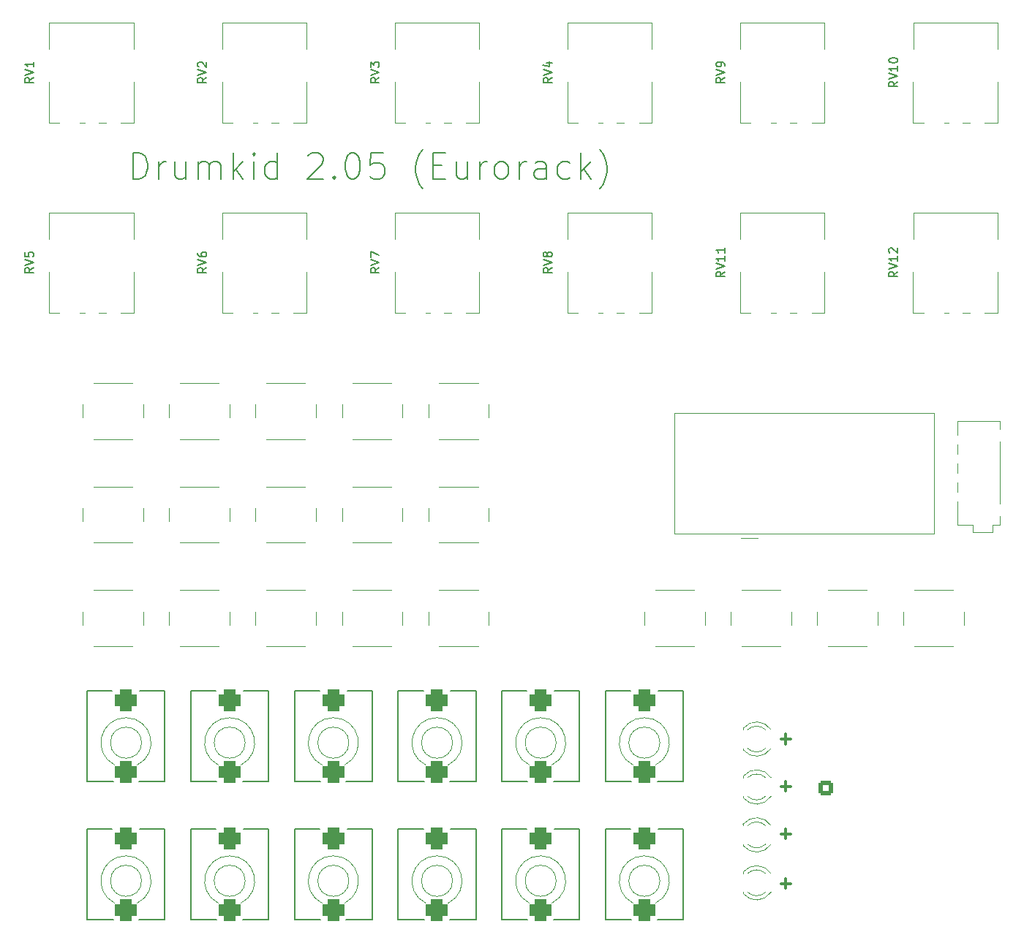
<source format=gbr>
%TF.GenerationSoftware,KiCad,Pcbnew,9.0.1*%
%TF.CreationDate,2025-08-04T13:54:25+01:00*%
%TF.ProjectId,dk2_06,646b325f-3036-42e6-9b69-6361645f7063,rev?*%
%TF.SameCoordinates,Original*%
%TF.FileFunction,Legend,Top*%
%TF.FilePolarity,Positive*%
%FSLAX46Y46*%
G04 Gerber Fmt 4.6, Leading zero omitted, Abs format (unit mm)*
G04 Created by KiCad (PCBNEW 9.0.1) date 2025-08-04 13:54:25*
%MOMM*%
%LPD*%
G01*
G04 APERTURE LIST*
G04 Aperture macros list*
%AMRoundRect*
0 Rectangle with rounded corners*
0 $1 Rounding radius*
0 $2 $3 $4 $5 $6 $7 $8 $9 X,Y pos of 4 corners*
0 Add a 4 corners polygon primitive as box body*
4,1,4,$2,$3,$4,$5,$6,$7,$8,$9,$2,$3,0*
0 Add four circle primitives for the rounded corners*
1,1,$1+$1,$2,$3*
1,1,$1+$1,$4,$5*
1,1,$1+$1,$6,$7*
1,1,$1+$1,$8,$9*
0 Add four rect primitives between the rounded corners*
20,1,$1+$1,$2,$3,$4,$5,0*
20,1,$1+$1,$4,$5,$6,$7,0*
20,1,$1+$1,$6,$7,$8,$9,0*
20,1,$1+$1,$8,$9,$2,$3,0*%
G04 Aperture macros list end*
%ADD10C,0.300000*%
%ADD11C,0.150000*%
%ADD12C,0.120000*%
%ADD13C,0.200000*%
%ADD14C,0.060000*%
%ADD15C,0.080000*%
%ADD16C,2.000000*%
%ADD17O,3.100000X2.300000*%
%ADD18RoundRect,0.650000X-0.650000X-0.650000X0.650000X-0.650000X0.650000X0.650000X-0.650000X0.650000X0*%
%ADD19R,1.500000X1.500000*%
%ADD20C,1.500000*%
%ADD21C,1.050000*%
%ADD22R,1.350000X1.350000*%
%ADD23R,1.800000X1.800000*%
%ADD24C,1.800000*%
%ADD25R,1.700000X1.700000*%
%ADD26C,1.700000*%
%ADD27RoundRect,0.250000X-0.600000X-0.600000X0.600000X-0.600000X0.600000X0.600000X-0.600000X0.600000X0*%
%ADD28O,2.720000X3.240000*%
G04 APERTURE END LIST*
D10*
X159804510Y-128979400D02*
X160947368Y-128979400D01*
X160375939Y-129550828D02*
X160375939Y-128407971D01*
X159804510Y-134479400D02*
X160947368Y-134479400D01*
X160375939Y-135050828D02*
X160375939Y-133907971D01*
X159804510Y-140229400D02*
X160947368Y-140229400D01*
X160375939Y-140800828D02*
X160375939Y-139657971D01*
D11*
X84812969Y-58625057D02*
X84812969Y-55625057D01*
X84812969Y-55625057D02*
X85527255Y-55625057D01*
X85527255Y-55625057D02*
X85955826Y-55767914D01*
X85955826Y-55767914D02*
X86241541Y-56053628D01*
X86241541Y-56053628D02*
X86384398Y-56339342D01*
X86384398Y-56339342D02*
X86527255Y-56910771D01*
X86527255Y-56910771D02*
X86527255Y-57339342D01*
X86527255Y-57339342D02*
X86384398Y-57910771D01*
X86384398Y-57910771D02*
X86241541Y-58196485D01*
X86241541Y-58196485D02*
X85955826Y-58482200D01*
X85955826Y-58482200D02*
X85527255Y-58625057D01*
X85527255Y-58625057D02*
X84812969Y-58625057D01*
X87812969Y-58625057D02*
X87812969Y-56625057D01*
X87812969Y-57196485D02*
X87955826Y-56910771D01*
X87955826Y-56910771D02*
X88098684Y-56767914D01*
X88098684Y-56767914D02*
X88384398Y-56625057D01*
X88384398Y-56625057D02*
X88670112Y-56625057D01*
X90955827Y-56625057D02*
X90955827Y-58625057D01*
X89670112Y-56625057D02*
X89670112Y-58196485D01*
X89670112Y-58196485D02*
X89812969Y-58482200D01*
X89812969Y-58482200D02*
X90098684Y-58625057D01*
X90098684Y-58625057D02*
X90527255Y-58625057D01*
X90527255Y-58625057D02*
X90812969Y-58482200D01*
X90812969Y-58482200D02*
X90955827Y-58339342D01*
X92384398Y-58625057D02*
X92384398Y-56625057D01*
X92384398Y-56910771D02*
X92527255Y-56767914D01*
X92527255Y-56767914D02*
X92812970Y-56625057D01*
X92812970Y-56625057D02*
X93241541Y-56625057D01*
X93241541Y-56625057D02*
X93527255Y-56767914D01*
X93527255Y-56767914D02*
X93670113Y-57053628D01*
X93670113Y-57053628D02*
X93670113Y-58625057D01*
X93670113Y-57053628D02*
X93812970Y-56767914D01*
X93812970Y-56767914D02*
X94098684Y-56625057D01*
X94098684Y-56625057D02*
X94527255Y-56625057D01*
X94527255Y-56625057D02*
X94812970Y-56767914D01*
X94812970Y-56767914D02*
X94955827Y-57053628D01*
X94955827Y-57053628D02*
X94955827Y-58625057D01*
X96384398Y-58625057D02*
X96384398Y-55625057D01*
X96670113Y-57482200D02*
X97527255Y-58625057D01*
X97527255Y-56625057D02*
X96384398Y-57767914D01*
X98812969Y-58625057D02*
X98812969Y-56625057D01*
X98812969Y-55625057D02*
X98670112Y-55767914D01*
X98670112Y-55767914D02*
X98812969Y-55910771D01*
X98812969Y-55910771D02*
X98955826Y-55767914D01*
X98955826Y-55767914D02*
X98812969Y-55625057D01*
X98812969Y-55625057D02*
X98812969Y-55910771D01*
X101527255Y-58625057D02*
X101527255Y-55625057D01*
X101527255Y-58482200D02*
X101241540Y-58625057D01*
X101241540Y-58625057D02*
X100670112Y-58625057D01*
X100670112Y-58625057D02*
X100384397Y-58482200D01*
X100384397Y-58482200D02*
X100241540Y-58339342D01*
X100241540Y-58339342D02*
X100098683Y-58053628D01*
X100098683Y-58053628D02*
X100098683Y-57196485D01*
X100098683Y-57196485D02*
X100241540Y-56910771D01*
X100241540Y-56910771D02*
X100384397Y-56767914D01*
X100384397Y-56767914D02*
X100670112Y-56625057D01*
X100670112Y-56625057D02*
X101241540Y-56625057D01*
X101241540Y-56625057D02*
X101527255Y-56767914D01*
X105098683Y-55910771D02*
X105241540Y-55767914D01*
X105241540Y-55767914D02*
X105527255Y-55625057D01*
X105527255Y-55625057D02*
X106241540Y-55625057D01*
X106241540Y-55625057D02*
X106527255Y-55767914D01*
X106527255Y-55767914D02*
X106670112Y-55910771D01*
X106670112Y-55910771D02*
X106812969Y-56196485D01*
X106812969Y-56196485D02*
X106812969Y-56482200D01*
X106812969Y-56482200D02*
X106670112Y-56910771D01*
X106670112Y-56910771D02*
X104955826Y-58625057D01*
X104955826Y-58625057D02*
X106812969Y-58625057D01*
X108098683Y-58339342D02*
X108241540Y-58482200D01*
X108241540Y-58482200D02*
X108098683Y-58625057D01*
X108098683Y-58625057D02*
X107955826Y-58482200D01*
X107955826Y-58482200D02*
X108098683Y-58339342D01*
X108098683Y-58339342D02*
X108098683Y-58625057D01*
X110098683Y-55625057D02*
X110384397Y-55625057D01*
X110384397Y-55625057D02*
X110670111Y-55767914D01*
X110670111Y-55767914D02*
X110812969Y-55910771D01*
X110812969Y-55910771D02*
X110955826Y-56196485D01*
X110955826Y-56196485D02*
X111098683Y-56767914D01*
X111098683Y-56767914D02*
X111098683Y-57482200D01*
X111098683Y-57482200D02*
X110955826Y-58053628D01*
X110955826Y-58053628D02*
X110812969Y-58339342D01*
X110812969Y-58339342D02*
X110670111Y-58482200D01*
X110670111Y-58482200D02*
X110384397Y-58625057D01*
X110384397Y-58625057D02*
X110098683Y-58625057D01*
X110098683Y-58625057D02*
X109812969Y-58482200D01*
X109812969Y-58482200D02*
X109670111Y-58339342D01*
X109670111Y-58339342D02*
X109527254Y-58053628D01*
X109527254Y-58053628D02*
X109384397Y-57482200D01*
X109384397Y-57482200D02*
X109384397Y-56767914D01*
X109384397Y-56767914D02*
X109527254Y-56196485D01*
X109527254Y-56196485D02*
X109670111Y-55910771D01*
X109670111Y-55910771D02*
X109812969Y-55767914D01*
X109812969Y-55767914D02*
X110098683Y-55625057D01*
X113812969Y-55625057D02*
X112384397Y-55625057D01*
X112384397Y-55625057D02*
X112241540Y-57053628D01*
X112241540Y-57053628D02*
X112384397Y-56910771D01*
X112384397Y-56910771D02*
X112670112Y-56767914D01*
X112670112Y-56767914D02*
X113384397Y-56767914D01*
X113384397Y-56767914D02*
X113670112Y-56910771D01*
X113670112Y-56910771D02*
X113812969Y-57053628D01*
X113812969Y-57053628D02*
X113955826Y-57339342D01*
X113955826Y-57339342D02*
X113955826Y-58053628D01*
X113955826Y-58053628D02*
X113812969Y-58339342D01*
X113812969Y-58339342D02*
X113670112Y-58482200D01*
X113670112Y-58482200D02*
X113384397Y-58625057D01*
X113384397Y-58625057D02*
X112670112Y-58625057D01*
X112670112Y-58625057D02*
X112384397Y-58482200D01*
X112384397Y-58482200D02*
X112241540Y-58339342D01*
X118384397Y-59767914D02*
X118241540Y-59625057D01*
X118241540Y-59625057D02*
X117955826Y-59196485D01*
X117955826Y-59196485D02*
X117812969Y-58910771D01*
X117812969Y-58910771D02*
X117670111Y-58482200D01*
X117670111Y-58482200D02*
X117527254Y-57767914D01*
X117527254Y-57767914D02*
X117527254Y-57196485D01*
X117527254Y-57196485D02*
X117670111Y-56482200D01*
X117670111Y-56482200D02*
X117812969Y-56053628D01*
X117812969Y-56053628D02*
X117955826Y-55767914D01*
X117955826Y-55767914D02*
X118241540Y-55339342D01*
X118241540Y-55339342D02*
X118384397Y-55196485D01*
X119527254Y-57053628D02*
X120527254Y-57053628D01*
X120955826Y-58625057D02*
X119527254Y-58625057D01*
X119527254Y-58625057D02*
X119527254Y-55625057D01*
X119527254Y-55625057D02*
X120955826Y-55625057D01*
X123527255Y-56625057D02*
X123527255Y-58625057D01*
X122241540Y-56625057D02*
X122241540Y-58196485D01*
X122241540Y-58196485D02*
X122384397Y-58482200D01*
X122384397Y-58482200D02*
X122670112Y-58625057D01*
X122670112Y-58625057D02*
X123098683Y-58625057D01*
X123098683Y-58625057D02*
X123384397Y-58482200D01*
X123384397Y-58482200D02*
X123527255Y-58339342D01*
X124955826Y-58625057D02*
X124955826Y-56625057D01*
X124955826Y-57196485D02*
X125098683Y-56910771D01*
X125098683Y-56910771D02*
X125241541Y-56767914D01*
X125241541Y-56767914D02*
X125527255Y-56625057D01*
X125527255Y-56625057D02*
X125812969Y-56625057D01*
X127241541Y-58625057D02*
X126955826Y-58482200D01*
X126955826Y-58482200D02*
X126812969Y-58339342D01*
X126812969Y-58339342D02*
X126670112Y-58053628D01*
X126670112Y-58053628D02*
X126670112Y-57196485D01*
X126670112Y-57196485D02*
X126812969Y-56910771D01*
X126812969Y-56910771D02*
X126955826Y-56767914D01*
X126955826Y-56767914D02*
X127241541Y-56625057D01*
X127241541Y-56625057D02*
X127670112Y-56625057D01*
X127670112Y-56625057D02*
X127955826Y-56767914D01*
X127955826Y-56767914D02*
X128098684Y-56910771D01*
X128098684Y-56910771D02*
X128241541Y-57196485D01*
X128241541Y-57196485D02*
X128241541Y-58053628D01*
X128241541Y-58053628D02*
X128098684Y-58339342D01*
X128098684Y-58339342D02*
X127955826Y-58482200D01*
X127955826Y-58482200D02*
X127670112Y-58625057D01*
X127670112Y-58625057D02*
X127241541Y-58625057D01*
X129527255Y-58625057D02*
X129527255Y-56625057D01*
X129527255Y-57196485D02*
X129670112Y-56910771D01*
X129670112Y-56910771D02*
X129812970Y-56767914D01*
X129812970Y-56767914D02*
X130098684Y-56625057D01*
X130098684Y-56625057D02*
X130384398Y-56625057D01*
X132670113Y-58625057D02*
X132670113Y-57053628D01*
X132670113Y-57053628D02*
X132527255Y-56767914D01*
X132527255Y-56767914D02*
X132241541Y-56625057D01*
X132241541Y-56625057D02*
X131670113Y-56625057D01*
X131670113Y-56625057D02*
X131384398Y-56767914D01*
X132670113Y-58482200D02*
X132384398Y-58625057D01*
X132384398Y-58625057D02*
X131670113Y-58625057D01*
X131670113Y-58625057D02*
X131384398Y-58482200D01*
X131384398Y-58482200D02*
X131241541Y-58196485D01*
X131241541Y-58196485D02*
X131241541Y-57910771D01*
X131241541Y-57910771D02*
X131384398Y-57625057D01*
X131384398Y-57625057D02*
X131670113Y-57482200D01*
X131670113Y-57482200D02*
X132384398Y-57482200D01*
X132384398Y-57482200D02*
X132670113Y-57339342D01*
X135384399Y-58482200D02*
X135098684Y-58625057D01*
X135098684Y-58625057D02*
X134527256Y-58625057D01*
X134527256Y-58625057D02*
X134241541Y-58482200D01*
X134241541Y-58482200D02*
X134098684Y-58339342D01*
X134098684Y-58339342D02*
X133955827Y-58053628D01*
X133955827Y-58053628D02*
X133955827Y-57196485D01*
X133955827Y-57196485D02*
X134098684Y-56910771D01*
X134098684Y-56910771D02*
X134241541Y-56767914D01*
X134241541Y-56767914D02*
X134527256Y-56625057D01*
X134527256Y-56625057D02*
X135098684Y-56625057D01*
X135098684Y-56625057D02*
X135384399Y-56767914D01*
X136670113Y-58625057D02*
X136670113Y-55625057D01*
X136955828Y-57482200D02*
X137812970Y-58625057D01*
X137812970Y-56625057D02*
X136670113Y-57767914D01*
X138812970Y-59767914D02*
X138955827Y-59625057D01*
X138955827Y-59625057D02*
X139241541Y-59196485D01*
X139241541Y-59196485D02*
X139384399Y-58910771D01*
X139384399Y-58910771D02*
X139527256Y-58482200D01*
X139527256Y-58482200D02*
X139670113Y-57767914D01*
X139670113Y-57767914D02*
X139670113Y-57196485D01*
X139670113Y-57196485D02*
X139527256Y-56482200D01*
X139527256Y-56482200D02*
X139384399Y-56053628D01*
X139384399Y-56053628D02*
X139241541Y-55767914D01*
X139241541Y-55767914D02*
X138955827Y-55339342D01*
X138955827Y-55339342D02*
X138812970Y-55196485D01*
D10*
X159804510Y-123479400D02*
X160947368Y-123479400D01*
X160375939Y-124050828D02*
X160375939Y-122907971D01*
D11*
X73314819Y-46885238D02*
X72838628Y-47218571D01*
X73314819Y-47456666D02*
X72314819Y-47456666D01*
X72314819Y-47456666D02*
X72314819Y-47075714D01*
X72314819Y-47075714D02*
X72362438Y-46980476D01*
X72362438Y-46980476D02*
X72410057Y-46932857D01*
X72410057Y-46932857D02*
X72505295Y-46885238D01*
X72505295Y-46885238D02*
X72648152Y-46885238D01*
X72648152Y-46885238D02*
X72743390Y-46932857D01*
X72743390Y-46932857D02*
X72791009Y-46980476D01*
X72791009Y-46980476D02*
X72838628Y-47075714D01*
X72838628Y-47075714D02*
X72838628Y-47456666D01*
X72314819Y-46599523D02*
X73314819Y-46266190D01*
X73314819Y-46266190D02*
X72314819Y-45932857D01*
X73314819Y-45075714D02*
X73314819Y-45647142D01*
X73314819Y-45361428D02*
X72314819Y-45361428D01*
X72314819Y-45361428D02*
X72457676Y-45456666D01*
X72457676Y-45456666D02*
X72552914Y-45551904D01*
X72552914Y-45551904D02*
X72600533Y-45647142D01*
X93314819Y-46885238D02*
X92838628Y-47218571D01*
X93314819Y-47456666D02*
X92314819Y-47456666D01*
X92314819Y-47456666D02*
X92314819Y-47075714D01*
X92314819Y-47075714D02*
X92362438Y-46980476D01*
X92362438Y-46980476D02*
X92410057Y-46932857D01*
X92410057Y-46932857D02*
X92505295Y-46885238D01*
X92505295Y-46885238D02*
X92648152Y-46885238D01*
X92648152Y-46885238D02*
X92743390Y-46932857D01*
X92743390Y-46932857D02*
X92791009Y-46980476D01*
X92791009Y-46980476D02*
X92838628Y-47075714D01*
X92838628Y-47075714D02*
X92838628Y-47456666D01*
X92314819Y-46599523D02*
X93314819Y-46266190D01*
X93314819Y-46266190D02*
X92314819Y-45932857D01*
X92410057Y-45647142D02*
X92362438Y-45599523D01*
X92362438Y-45599523D02*
X92314819Y-45504285D01*
X92314819Y-45504285D02*
X92314819Y-45266190D01*
X92314819Y-45266190D02*
X92362438Y-45170952D01*
X92362438Y-45170952D02*
X92410057Y-45123333D01*
X92410057Y-45123333D02*
X92505295Y-45075714D01*
X92505295Y-45075714D02*
X92600533Y-45075714D01*
X92600533Y-45075714D02*
X92743390Y-45123333D01*
X92743390Y-45123333D02*
X93314819Y-45694761D01*
X93314819Y-45694761D02*
X93314819Y-45075714D01*
X113314819Y-46885238D02*
X112838628Y-47218571D01*
X113314819Y-47456666D02*
X112314819Y-47456666D01*
X112314819Y-47456666D02*
X112314819Y-47075714D01*
X112314819Y-47075714D02*
X112362438Y-46980476D01*
X112362438Y-46980476D02*
X112410057Y-46932857D01*
X112410057Y-46932857D02*
X112505295Y-46885238D01*
X112505295Y-46885238D02*
X112648152Y-46885238D01*
X112648152Y-46885238D02*
X112743390Y-46932857D01*
X112743390Y-46932857D02*
X112791009Y-46980476D01*
X112791009Y-46980476D02*
X112838628Y-47075714D01*
X112838628Y-47075714D02*
X112838628Y-47456666D01*
X112314819Y-46599523D02*
X113314819Y-46266190D01*
X113314819Y-46266190D02*
X112314819Y-45932857D01*
X112314819Y-45694761D02*
X112314819Y-45075714D01*
X112314819Y-45075714D02*
X112695771Y-45409047D01*
X112695771Y-45409047D02*
X112695771Y-45266190D01*
X112695771Y-45266190D02*
X112743390Y-45170952D01*
X112743390Y-45170952D02*
X112791009Y-45123333D01*
X112791009Y-45123333D02*
X112886247Y-45075714D01*
X112886247Y-45075714D02*
X113124342Y-45075714D01*
X113124342Y-45075714D02*
X113219580Y-45123333D01*
X113219580Y-45123333D02*
X113267200Y-45170952D01*
X113267200Y-45170952D02*
X113314819Y-45266190D01*
X113314819Y-45266190D02*
X113314819Y-45551904D01*
X113314819Y-45551904D02*
X113267200Y-45647142D01*
X113267200Y-45647142D02*
X113219580Y-45694761D01*
X133314819Y-46885238D02*
X132838628Y-47218571D01*
X133314819Y-47456666D02*
X132314819Y-47456666D01*
X132314819Y-47456666D02*
X132314819Y-47075714D01*
X132314819Y-47075714D02*
X132362438Y-46980476D01*
X132362438Y-46980476D02*
X132410057Y-46932857D01*
X132410057Y-46932857D02*
X132505295Y-46885238D01*
X132505295Y-46885238D02*
X132648152Y-46885238D01*
X132648152Y-46885238D02*
X132743390Y-46932857D01*
X132743390Y-46932857D02*
X132791009Y-46980476D01*
X132791009Y-46980476D02*
X132838628Y-47075714D01*
X132838628Y-47075714D02*
X132838628Y-47456666D01*
X132314819Y-46599523D02*
X133314819Y-46266190D01*
X133314819Y-46266190D02*
X132314819Y-45932857D01*
X132648152Y-45170952D02*
X133314819Y-45170952D01*
X132267200Y-45409047D02*
X132981485Y-45647142D01*
X132981485Y-45647142D02*
X132981485Y-45028095D01*
X73314819Y-68885238D02*
X72838628Y-69218571D01*
X73314819Y-69456666D02*
X72314819Y-69456666D01*
X72314819Y-69456666D02*
X72314819Y-69075714D01*
X72314819Y-69075714D02*
X72362438Y-68980476D01*
X72362438Y-68980476D02*
X72410057Y-68932857D01*
X72410057Y-68932857D02*
X72505295Y-68885238D01*
X72505295Y-68885238D02*
X72648152Y-68885238D01*
X72648152Y-68885238D02*
X72743390Y-68932857D01*
X72743390Y-68932857D02*
X72791009Y-68980476D01*
X72791009Y-68980476D02*
X72838628Y-69075714D01*
X72838628Y-69075714D02*
X72838628Y-69456666D01*
X72314819Y-68599523D02*
X73314819Y-68266190D01*
X73314819Y-68266190D02*
X72314819Y-67932857D01*
X72314819Y-67123333D02*
X72314819Y-67599523D01*
X72314819Y-67599523D02*
X72791009Y-67647142D01*
X72791009Y-67647142D02*
X72743390Y-67599523D01*
X72743390Y-67599523D02*
X72695771Y-67504285D01*
X72695771Y-67504285D02*
X72695771Y-67266190D01*
X72695771Y-67266190D02*
X72743390Y-67170952D01*
X72743390Y-67170952D02*
X72791009Y-67123333D01*
X72791009Y-67123333D02*
X72886247Y-67075714D01*
X72886247Y-67075714D02*
X73124342Y-67075714D01*
X73124342Y-67075714D02*
X73219580Y-67123333D01*
X73219580Y-67123333D02*
X73267200Y-67170952D01*
X73267200Y-67170952D02*
X73314819Y-67266190D01*
X73314819Y-67266190D02*
X73314819Y-67504285D01*
X73314819Y-67504285D02*
X73267200Y-67599523D01*
X73267200Y-67599523D02*
X73219580Y-67647142D01*
X93314819Y-68885238D02*
X92838628Y-69218571D01*
X93314819Y-69456666D02*
X92314819Y-69456666D01*
X92314819Y-69456666D02*
X92314819Y-69075714D01*
X92314819Y-69075714D02*
X92362438Y-68980476D01*
X92362438Y-68980476D02*
X92410057Y-68932857D01*
X92410057Y-68932857D02*
X92505295Y-68885238D01*
X92505295Y-68885238D02*
X92648152Y-68885238D01*
X92648152Y-68885238D02*
X92743390Y-68932857D01*
X92743390Y-68932857D02*
X92791009Y-68980476D01*
X92791009Y-68980476D02*
X92838628Y-69075714D01*
X92838628Y-69075714D02*
X92838628Y-69456666D01*
X92314819Y-68599523D02*
X93314819Y-68266190D01*
X93314819Y-68266190D02*
X92314819Y-67932857D01*
X92314819Y-67170952D02*
X92314819Y-67361428D01*
X92314819Y-67361428D02*
X92362438Y-67456666D01*
X92362438Y-67456666D02*
X92410057Y-67504285D01*
X92410057Y-67504285D02*
X92552914Y-67599523D01*
X92552914Y-67599523D02*
X92743390Y-67647142D01*
X92743390Y-67647142D02*
X93124342Y-67647142D01*
X93124342Y-67647142D02*
X93219580Y-67599523D01*
X93219580Y-67599523D02*
X93267200Y-67551904D01*
X93267200Y-67551904D02*
X93314819Y-67456666D01*
X93314819Y-67456666D02*
X93314819Y-67266190D01*
X93314819Y-67266190D02*
X93267200Y-67170952D01*
X93267200Y-67170952D02*
X93219580Y-67123333D01*
X93219580Y-67123333D02*
X93124342Y-67075714D01*
X93124342Y-67075714D02*
X92886247Y-67075714D01*
X92886247Y-67075714D02*
X92791009Y-67123333D01*
X92791009Y-67123333D02*
X92743390Y-67170952D01*
X92743390Y-67170952D02*
X92695771Y-67266190D01*
X92695771Y-67266190D02*
X92695771Y-67456666D01*
X92695771Y-67456666D02*
X92743390Y-67551904D01*
X92743390Y-67551904D02*
X92791009Y-67599523D01*
X92791009Y-67599523D02*
X92886247Y-67647142D01*
X113314819Y-68885238D02*
X112838628Y-69218571D01*
X113314819Y-69456666D02*
X112314819Y-69456666D01*
X112314819Y-69456666D02*
X112314819Y-69075714D01*
X112314819Y-69075714D02*
X112362438Y-68980476D01*
X112362438Y-68980476D02*
X112410057Y-68932857D01*
X112410057Y-68932857D02*
X112505295Y-68885238D01*
X112505295Y-68885238D02*
X112648152Y-68885238D01*
X112648152Y-68885238D02*
X112743390Y-68932857D01*
X112743390Y-68932857D02*
X112791009Y-68980476D01*
X112791009Y-68980476D02*
X112838628Y-69075714D01*
X112838628Y-69075714D02*
X112838628Y-69456666D01*
X112314819Y-68599523D02*
X113314819Y-68266190D01*
X113314819Y-68266190D02*
X112314819Y-67932857D01*
X112314819Y-67694761D02*
X112314819Y-67028095D01*
X112314819Y-67028095D02*
X113314819Y-67456666D01*
X133314819Y-68885238D02*
X132838628Y-69218571D01*
X133314819Y-69456666D02*
X132314819Y-69456666D01*
X132314819Y-69456666D02*
X132314819Y-69075714D01*
X132314819Y-69075714D02*
X132362438Y-68980476D01*
X132362438Y-68980476D02*
X132410057Y-68932857D01*
X132410057Y-68932857D02*
X132505295Y-68885238D01*
X132505295Y-68885238D02*
X132648152Y-68885238D01*
X132648152Y-68885238D02*
X132743390Y-68932857D01*
X132743390Y-68932857D02*
X132791009Y-68980476D01*
X132791009Y-68980476D02*
X132838628Y-69075714D01*
X132838628Y-69075714D02*
X132838628Y-69456666D01*
X132314819Y-68599523D02*
X133314819Y-68266190D01*
X133314819Y-68266190D02*
X132314819Y-67932857D01*
X132743390Y-67456666D02*
X132695771Y-67551904D01*
X132695771Y-67551904D02*
X132648152Y-67599523D01*
X132648152Y-67599523D02*
X132552914Y-67647142D01*
X132552914Y-67647142D02*
X132505295Y-67647142D01*
X132505295Y-67647142D02*
X132410057Y-67599523D01*
X132410057Y-67599523D02*
X132362438Y-67551904D01*
X132362438Y-67551904D02*
X132314819Y-67456666D01*
X132314819Y-67456666D02*
X132314819Y-67266190D01*
X132314819Y-67266190D02*
X132362438Y-67170952D01*
X132362438Y-67170952D02*
X132410057Y-67123333D01*
X132410057Y-67123333D02*
X132505295Y-67075714D01*
X132505295Y-67075714D02*
X132552914Y-67075714D01*
X132552914Y-67075714D02*
X132648152Y-67123333D01*
X132648152Y-67123333D02*
X132695771Y-67170952D01*
X132695771Y-67170952D02*
X132743390Y-67266190D01*
X132743390Y-67266190D02*
X132743390Y-67456666D01*
X132743390Y-67456666D02*
X132791009Y-67551904D01*
X132791009Y-67551904D02*
X132838628Y-67599523D01*
X132838628Y-67599523D02*
X132933866Y-67647142D01*
X132933866Y-67647142D02*
X133124342Y-67647142D01*
X133124342Y-67647142D02*
X133219580Y-67599523D01*
X133219580Y-67599523D02*
X133267200Y-67551904D01*
X133267200Y-67551904D02*
X133314819Y-67456666D01*
X133314819Y-67456666D02*
X133314819Y-67266190D01*
X133314819Y-67266190D02*
X133267200Y-67170952D01*
X133267200Y-67170952D02*
X133219580Y-67123333D01*
X133219580Y-67123333D02*
X133124342Y-67075714D01*
X133124342Y-67075714D02*
X132933866Y-67075714D01*
X132933866Y-67075714D02*
X132838628Y-67123333D01*
X132838628Y-67123333D02*
X132791009Y-67170952D01*
X132791009Y-67170952D02*
X132743390Y-67266190D01*
X153314819Y-46885238D02*
X152838628Y-47218571D01*
X153314819Y-47456666D02*
X152314819Y-47456666D01*
X152314819Y-47456666D02*
X152314819Y-47075714D01*
X152314819Y-47075714D02*
X152362438Y-46980476D01*
X152362438Y-46980476D02*
X152410057Y-46932857D01*
X152410057Y-46932857D02*
X152505295Y-46885238D01*
X152505295Y-46885238D02*
X152648152Y-46885238D01*
X152648152Y-46885238D02*
X152743390Y-46932857D01*
X152743390Y-46932857D02*
X152791009Y-46980476D01*
X152791009Y-46980476D02*
X152838628Y-47075714D01*
X152838628Y-47075714D02*
X152838628Y-47456666D01*
X152314819Y-46599523D02*
X153314819Y-46266190D01*
X153314819Y-46266190D02*
X152314819Y-45932857D01*
X153314819Y-45551904D02*
X153314819Y-45361428D01*
X153314819Y-45361428D02*
X153267200Y-45266190D01*
X153267200Y-45266190D02*
X153219580Y-45218571D01*
X153219580Y-45218571D02*
X153076723Y-45123333D01*
X153076723Y-45123333D02*
X152886247Y-45075714D01*
X152886247Y-45075714D02*
X152505295Y-45075714D01*
X152505295Y-45075714D02*
X152410057Y-45123333D01*
X152410057Y-45123333D02*
X152362438Y-45170952D01*
X152362438Y-45170952D02*
X152314819Y-45266190D01*
X152314819Y-45266190D02*
X152314819Y-45456666D01*
X152314819Y-45456666D02*
X152362438Y-45551904D01*
X152362438Y-45551904D02*
X152410057Y-45599523D01*
X152410057Y-45599523D02*
X152505295Y-45647142D01*
X152505295Y-45647142D02*
X152743390Y-45647142D01*
X152743390Y-45647142D02*
X152838628Y-45599523D01*
X152838628Y-45599523D02*
X152886247Y-45551904D01*
X152886247Y-45551904D02*
X152933866Y-45456666D01*
X152933866Y-45456666D02*
X152933866Y-45266190D01*
X152933866Y-45266190D02*
X152886247Y-45170952D01*
X152886247Y-45170952D02*
X152838628Y-45123333D01*
X152838628Y-45123333D02*
X152743390Y-45075714D01*
X173314819Y-47361428D02*
X172838628Y-47694761D01*
X173314819Y-47932856D02*
X172314819Y-47932856D01*
X172314819Y-47932856D02*
X172314819Y-47551904D01*
X172314819Y-47551904D02*
X172362438Y-47456666D01*
X172362438Y-47456666D02*
X172410057Y-47409047D01*
X172410057Y-47409047D02*
X172505295Y-47361428D01*
X172505295Y-47361428D02*
X172648152Y-47361428D01*
X172648152Y-47361428D02*
X172743390Y-47409047D01*
X172743390Y-47409047D02*
X172791009Y-47456666D01*
X172791009Y-47456666D02*
X172838628Y-47551904D01*
X172838628Y-47551904D02*
X172838628Y-47932856D01*
X172314819Y-47075713D02*
X173314819Y-46742380D01*
X173314819Y-46742380D02*
X172314819Y-46409047D01*
X173314819Y-45551904D02*
X173314819Y-46123332D01*
X173314819Y-45837618D02*
X172314819Y-45837618D01*
X172314819Y-45837618D02*
X172457676Y-45932856D01*
X172457676Y-45932856D02*
X172552914Y-46028094D01*
X172552914Y-46028094D02*
X172600533Y-46123332D01*
X172314819Y-44932856D02*
X172314819Y-44837618D01*
X172314819Y-44837618D02*
X172362438Y-44742380D01*
X172362438Y-44742380D02*
X172410057Y-44694761D01*
X172410057Y-44694761D02*
X172505295Y-44647142D01*
X172505295Y-44647142D02*
X172695771Y-44599523D01*
X172695771Y-44599523D02*
X172933866Y-44599523D01*
X172933866Y-44599523D02*
X173124342Y-44647142D01*
X173124342Y-44647142D02*
X173219580Y-44694761D01*
X173219580Y-44694761D02*
X173267200Y-44742380D01*
X173267200Y-44742380D02*
X173314819Y-44837618D01*
X173314819Y-44837618D02*
X173314819Y-44932856D01*
X173314819Y-44932856D02*
X173267200Y-45028094D01*
X173267200Y-45028094D02*
X173219580Y-45075713D01*
X173219580Y-45075713D02*
X173124342Y-45123332D01*
X173124342Y-45123332D02*
X172933866Y-45170951D01*
X172933866Y-45170951D02*
X172695771Y-45170951D01*
X172695771Y-45170951D02*
X172505295Y-45123332D01*
X172505295Y-45123332D02*
X172410057Y-45075713D01*
X172410057Y-45075713D02*
X172362438Y-45028094D01*
X172362438Y-45028094D02*
X172314819Y-44932856D01*
X153314819Y-69361428D02*
X152838628Y-69694761D01*
X153314819Y-69932856D02*
X152314819Y-69932856D01*
X152314819Y-69932856D02*
X152314819Y-69551904D01*
X152314819Y-69551904D02*
X152362438Y-69456666D01*
X152362438Y-69456666D02*
X152410057Y-69409047D01*
X152410057Y-69409047D02*
X152505295Y-69361428D01*
X152505295Y-69361428D02*
X152648152Y-69361428D01*
X152648152Y-69361428D02*
X152743390Y-69409047D01*
X152743390Y-69409047D02*
X152791009Y-69456666D01*
X152791009Y-69456666D02*
X152838628Y-69551904D01*
X152838628Y-69551904D02*
X152838628Y-69932856D01*
X152314819Y-69075713D02*
X153314819Y-68742380D01*
X153314819Y-68742380D02*
X152314819Y-68409047D01*
X153314819Y-67551904D02*
X153314819Y-68123332D01*
X153314819Y-67837618D02*
X152314819Y-67837618D01*
X152314819Y-67837618D02*
X152457676Y-67932856D01*
X152457676Y-67932856D02*
X152552914Y-68028094D01*
X152552914Y-68028094D02*
X152600533Y-68123332D01*
X153314819Y-66599523D02*
X153314819Y-67170951D01*
X153314819Y-66885237D02*
X152314819Y-66885237D01*
X152314819Y-66885237D02*
X152457676Y-66980475D01*
X152457676Y-66980475D02*
X152552914Y-67075713D01*
X152552914Y-67075713D02*
X152600533Y-67170951D01*
X173314819Y-69361428D02*
X172838628Y-69694761D01*
X173314819Y-69932856D02*
X172314819Y-69932856D01*
X172314819Y-69932856D02*
X172314819Y-69551904D01*
X172314819Y-69551904D02*
X172362438Y-69456666D01*
X172362438Y-69456666D02*
X172410057Y-69409047D01*
X172410057Y-69409047D02*
X172505295Y-69361428D01*
X172505295Y-69361428D02*
X172648152Y-69361428D01*
X172648152Y-69361428D02*
X172743390Y-69409047D01*
X172743390Y-69409047D02*
X172791009Y-69456666D01*
X172791009Y-69456666D02*
X172838628Y-69551904D01*
X172838628Y-69551904D02*
X172838628Y-69932856D01*
X172314819Y-69075713D02*
X173314819Y-68742380D01*
X173314819Y-68742380D02*
X172314819Y-68409047D01*
X173314819Y-67551904D02*
X173314819Y-68123332D01*
X173314819Y-67837618D02*
X172314819Y-67837618D01*
X172314819Y-67837618D02*
X172457676Y-67932856D01*
X172457676Y-67932856D02*
X172552914Y-68028094D01*
X172552914Y-68028094D02*
X172600533Y-68123332D01*
X172410057Y-67170951D02*
X172362438Y-67123332D01*
X172362438Y-67123332D02*
X172314819Y-67028094D01*
X172314819Y-67028094D02*
X172314819Y-66789999D01*
X172314819Y-66789999D02*
X172362438Y-66694761D01*
X172362438Y-66694761D02*
X172410057Y-66647142D01*
X172410057Y-66647142D02*
X172505295Y-66599523D01*
X172505295Y-66599523D02*
X172600533Y-66599523D01*
X172600533Y-66599523D02*
X172743390Y-66647142D01*
X172743390Y-66647142D02*
X173314819Y-67218570D01*
X173314819Y-67218570D02*
X173314819Y-66599523D01*
D12*
%TO.C,SW10*%
X119000000Y-96750000D02*
X119000000Y-98250000D01*
X120250000Y-100750000D02*
X124750000Y-100750000D01*
X124750000Y-94250000D02*
X120250000Y-94250000D01*
X126000000Y-98250000D02*
X126000000Y-96750000D01*
%TO.C,SW8*%
X99000000Y-96750000D02*
X99000000Y-98250000D01*
X100250000Y-100750000D02*
X104750000Y-100750000D01*
X104750000Y-94250000D02*
X100250000Y-94250000D01*
X106000000Y-98250000D02*
X106000000Y-96750000D01*
D13*
%TO.C,J1*%
X91500000Y-117920000D02*
X94400000Y-117920000D01*
X91500000Y-128420000D02*
X91500000Y-117920000D01*
X91500000Y-128420000D02*
X94500000Y-128420000D01*
X97500000Y-128420000D02*
X100500000Y-128420000D01*
X97600000Y-117920000D02*
X100500000Y-117920000D01*
X100500000Y-128420000D02*
X100500000Y-117920000D01*
D12*
X94703737Y-126508577D02*
G75*
G02*
X96000000Y-121024999I1296263J2588577D01*
G01*
X96000000Y-121025000D02*
G75*
G02*
X97296263Y-126508576I0J-2895000D01*
G01*
X97800000Y-123920000D02*
G75*
G02*
X94200000Y-123920000I-1800000J0D01*
G01*
X94200000Y-123920000D02*
G75*
G02*
X97800000Y-123920000I1800000J0D01*
G01*
D13*
%TO.C,J12*%
X127500000Y-117920000D02*
X130400000Y-117920000D01*
X127500000Y-128420000D02*
X127500000Y-117920000D01*
X127500000Y-128420000D02*
X130500000Y-128420000D01*
X133500000Y-128420000D02*
X136500000Y-128420000D01*
X133600000Y-117920000D02*
X136500000Y-117920000D01*
X136500000Y-128420000D02*
X136500000Y-117920000D01*
D12*
X130703737Y-126508577D02*
G75*
G02*
X132000000Y-121024999I1296263J2588577D01*
G01*
X132000000Y-121025000D02*
G75*
G02*
X133296263Y-126508576I0J-2895000D01*
G01*
X133800000Y-123920000D02*
G75*
G02*
X130200000Y-123920000I-1800000J0D01*
G01*
X130200000Y-123920000D02*
G75*
G02*
X133800000Y-123920000I1800000J0D01*
G01*
D13*
%TO.C,J11*%
X115500000Y-117920000D02*
X118400000Y-117920000D01*
X115500000Y-128420000D02*
X115500000Y-117920000D01*
X115500000Y-128420000D02*
X118500000Y-128420000D01*
X121500000Y-128420000D02*
X124500000Y-128420000D01*
X121600000Y-117920000D02*
X124500000Y-117920000D01*
X124500000Y-128420000D02*
X124500000Y-117920000D01*
D12*
X118703737Y-126508577D02*
G75*
G02*
X120000000Y-121024999I1296263J2588577D01*
G01*
X120000000Y-121025000D02*
G75*
G02*
X121296263Y-126508576I0J-2895000D01*
G01*
X121800000Y-123920000D02*
G75*
G02*
X118200000Y-123920000I-1800000J0D01*
G01*
X118200000Y-123920000D02*
G75*
G02*
X121800000Y-123920000I1800000J0D01*
G01*
%TO.C,SW19*%
X174000000Y-108750000D02*
X174000000Y-110250000D01*
X175250000Y-112750000D02*
X179750000Y-112750000D01*
X179750000Y-106250000D02*
X175250000Y-106250000D01*
X181000000Y-110250000D02*
X181000000Y-108750000D01*
D13*
%TO.C,J9*%
X139500000Y-133920000D02*
X142400000Y-133920000D01*
X139500000Y-144420000D02*
X139500000Y-133920000D01*
X139500000Y-144420000D02*
X142500000Y-144420000D01*
X145500000Y-144420000D02*
X148500000Y-144420000D01*
X145600000Y-133920000D02*
X148500000Y-133920000D01*
X148500000Y-144420000D02*
X148500000Y-133920000D01*
D12*
X142703737Y-142508577D02*
G75*
G02*
X144000000Y-137024999I1296263J2588577D01*
G01*
X144000000Y-137025000D02*
G75*
G02*
X145296263Y-142508576I0J-2895000D01*
G01*
X145800000Y-139920000D02*
G75*
G02*
X142200000Y-139920000I-1800000J0D01*
G01*
X142200000Y-139920000D02*
G75*
G02*
X145800000Y-139920000I1800000J0D01*
G01*
%TO.C,SW3*%
X99000000Y-84750000D02*
X99000000Y-86250000D01*
X100250000Y-88750000D02*
X104750000Y-88750000D01*
X104750000Y-82250000D02*
X100250000Y-82250000D01*
X106000000Y-86250000D02*
X106000000Y-84750000D01*
D13*
%TO.C,J3*%
X79500000Y-117920000D02*
X82400000Y-117920000D01*
X79500000Y-128420000D02*
X79500000Y-117920000D01*
X79500000Y-128420000D02*
X82500000Y-128420000D01*
X85500000Y-128420000D02*
X88500000Y-128420000D01*
X85600000Y-117920000D02*
X88500000Y-117920000D01*
X88500000Y-128420000D02*
X88500000Y-117920000D01*
D12*
X82703737Y-126508577D02*
G75*
G02*
X84000000Y-121024999I1296263J2588577D01*
G01*
X84000000Y-121025000D02*
G75*
G02*
X85296263Y-126508576I0J-2895000D01*
G01*
X85800000Y-123920000D02*
G75*
G02*
X82200000Y-123920000I-1800000J0D01*
G01*
X82200000Y-123920000D02*
G75*
G02*
X85800000Y-123920000I1800000J0D01*
G01*
%TO.C,SW9*%
X109000000Y-96750000D02*
X109000000Y-98250000D01*
X110250000Y-100750000D02*
X114750000Y-100750000D01*
X114750000Y-94250000D02*
X110250000Y-94250000D01*
X116000000Y-98250000D02*
X116000000Y-96750000D01*
D13*
%TO.C,J13*%
X115500000Y-133920000D02*
X118400000Y-133920000D01*
X115500000Y-144420000D02*
X115500000Y-133920000D01*
X115500000Y-144420000D02*
X118500000Y-144420000D01*
X121500000Y-144420000D02*
X124500000Y-144420000D01*
X121600000Y-133920000D02*
X124500000Y-133920000D01*
X124500000Y-144420000D02*
X124500000Y-133920000D01*
D12*
X118703737Y-142508577D02*
G75*
G02*
X120000000Y-137024999I1296263J2588577D01*
G01*
X120000000Y-137025000D02*
G75*
G02*
X121296263Y-142508576I0J-2895000D01*
G01*
X121800000Y-139920000D02*
G75*
G02*
X118200000Y-139920000I-1800000J0D01*
G01*
X118200000Y-139920000D02*
G75*
G02*
X121800000Y-139920000I1800000J0D01*
G01*
D13*
%TO.C,J14*%
X127500000Y-133920000D02*
X130400000Y-133920000D01*
X127500000Y-144420000D02*
X127500000Y-133920000D01*
X127500000Y-144420000D02*
X130500000Y-144420000D01*
X133500000Y-144420000D02*
X136500000Y-144420000D01*
X133600000Y-133920000D02*
X136500000Y-133920000D01*
X136500000Y-144420000D02*
X136500000Y-133920000D01*
D12*
X130703737Y-142508577D02*
G75*
G02*
X132000000Y-137024999I1296263J2588577D01*
G01*
X132000000Y-137025000D02*
G75*
G02*
X133296263Y-142508576I0J-2895000D01*
G01*
X133800000Y-139920000D02*
G75*
G02*
X130200000Y-139920000I-1800000J0D01*
G01*
X130200000Y-139920000D02*
G75*
G02*
X133800000Y-139920000I1800000J0D01*
G01*
%TO.C,SW6*%
X79000000Y-96750000D02*
X79000000Y-98250000D01*
X80250000Y-100750000D02*
X84750000Y-100750000D01*
X84750000Y-94250000D02*
X80250000Y-94250000D01*
X86000000Y-98250000D02*
X86000000Y-96750000D01*
%TO.C,SW17*%
X154000000Y-108750000D02*
X154000000Y-110250000D01*
X155250000Y-112750000D02*
X159750000Y-112750000D01*
X159750000Y-106250000D02*
X155250000Y-106250000D01*
X161000000Y-110250000D02*
X161000000Y-108750000D01*
%TO.C,SW1*%
X79000000Y-84750000D02*
X79000000Y-86250000D01*
X80250000Y-88750000D02*
X84750000Y-88750000D01*
X84750000Y-82250000D02*
X80250000Y-82250000D01*
X86000000Y-86250000D02*
X86000000Y-84750000D01*
%TO.C,U3*%
X155150000Y-100190000D02*
X157150000Y-100190000D01*
X147500000Y-99730000D02*
X177500000Y-99730000D01*
X177500000Y-85730000D01*
X147500000Y-85730000D01*
X147500000Y-99730000D01*
D14*
%TO.C,J5*%
X180220000Y-86700000D02*
X182020000Y-86700000D01*
X180220000Y-98700000D02*
X180220000Y-86700000D01*
D15*
X182020000Y-86700000D02*
X184320000Y-86700000D01*
D14*
X182020000Y-98700000D02*
X180220000Y-98700000D01*
D15*
X182020000Y-99500000D02*
X182020000Y-98700000D01*
X184320000Y-98700000D02*
X184320000Y-99500000D01*
D14*
X184320000Y-98700000D02*
X185120000Y-98700000D01*
D15*
X184320000Y-99500000D02*
X182020000Y-99500000D01*
D14*
X185120000Y-86700000D02*
X184320000Y-86700000D01*
X185120000Y-98700000D02*
X185120000Y-86700000D01*
D12*
%TO.C,D3*%
X155435000Y-133364000D02*
X155435000Y-133520000D01*
X155435000Y-135680000D02*
X155435000Y-135836000D01*
X155435000Y-133364484D02*
G75*
G02*
X158666397Y-133519939I1560000J-1235516D01*
G01*
X155954039Y-133520000D02*
G75*
G02*
X158035910Y-133519951I1040961J-1080000D01*
G01*
X158035910Y-135680049D02*
G75*
G02*
X155954039Y-135680000I-1040910J1080049D01*
G01*
X158666397Y-135680061D02*
G75*
G02*
X155435000Y-135835516I-1671397J1080061D01*
G01*
D13*
%TO.C,J6*%
X91500000Y-133920000D02*
X94400000Y-133920000D01*
X91500000Y-144420000D02*
X91500000Y-133920000D01*
X91500000Y-144420000D02*
X94500000Y-144420000D01*
X97500000Y-144420000D02*
X100500000Y-144420000D01*
X97600000Y-133920000D02*
X100500000Y-133920000D01*
X100500000Y-144420000D02*
X100500000Y-133920000D01*
D12*
X94703737Y-142508577D02*
G75*
G02*
X96000000Y-137024999I1296263J2588577D01*
G01*
X96000000Y-137025000D02*
G75*
G02*
X97296263Y-142508576I0J-2895000D01*
G01*
X97800000Y-139920000D02*
G75*
G02*
X94200000Y-139920000I-1800000J0D01*
G01*
X94200000Y-139920000D02*
G75*
G02*
X97800000Y-139920000I1800000J0D01*
G01*
%TO.C,SW15*%
X119000000Y-108750000D02*
X119000000Y-110250000D01*
X120250000Y-112750000D02*
X124750000Y-112750000D01*
X124750000Y-106250000D02*
X120250000Y-106250000D01*
X126000000Y-110250000D02*
X126000000Y-108750000D01*
%TO.C,SW13*%
X99000000Y-108750000D02*
X99000000Y-110250000D01*
X100250000Y-112750000D02*
X104750000Y-112750000D01*
X104750000Y-106250000D02*
X100250000Y-106250000D01*
X106000000Y-110250000D02*
X106000000Y-108750000D01*
%TO.C,SW18*%
X164000000Y-108750000D02*
X164000000Y-110250000D01*
X165250000Y-112750000D02*
X169750000Y-112750000D01*
X169750000Y-106250000D02*
X165250000Y-106250000D01*
X171000000Y-110250000D02*
X171000000Y-108750000D01*
%TO.C,SW11*%
X79000000Y-108750000D02*
X79000000Y-110250000D01*
X80250000Y-112750000D02*
X84750000Y-112750000D01*
X84750000Y-106250000D02*
X80250000Y-106250000D01*
X86000000Y-110250000D02*
X86000000Y-108750000D01*
%TO.C,SW2*%
X89000000Y-84750000D02*
X89000000Y-86250000D01*
X90250000Y-88750000D02*
X94750000Y-88750000D01*
X94750000Y-82250000D02*
X90250000Y-82250000D01*
X96000000Y-86250000D02*
X96000000Y-84750000D01*
%TO.C,SW7*%
X89000000Y-96750000D02*
X89000000Y-98250000D01*
X90250000Y-100750000D02*
X94750000Y-100750000D01*
X94750000Y-94250000D02*
X90250000Y-94250000D01*
X96000000Y-98250000D02*
X96000000Y-96750000D01*
%TO.C,D2*%
X155435000Y-127814000D02*
X155435000Y-127970000D01*
X155435000Y-130130000D02*
X155435000Y-130286000D01*
X155435000Y-127814484D02*
G75*
G02*
X158666397Y-127969939I1560000J-1235516D01*
G01*
X155954039Y-127970000D02*
G75*
G02*
X158035910Y-127969951I1040961J-1080000D01*
G01*
X158035910Y-130130049D02*
G75*
G02*
X155954039Y-130130000I-1040910J1080049D01*
G01*
X158666397Y-130130061D02*
G75*
G02*
X155435000Y-130285516I-1671397J1080061D01*
G01*
%TO.C,D1*%
X155435000Y-122264000D02*
X155435000Y-122420000D01*
X155435000Y-124580000D02*
X155435000Y-124736000D01*
X155435000Y-122264484D02*
G75*
G02*
X158666397Y-122419939I1560000J-1235516D01*
G01*
X155954039Y-122420000D02*
G75*
G02*
X158035910Y-122419951I1040961J-1080000D01*
G01*
X158035910Y-124580049D02*
G75*
G02*
X155954039Y-124580000I-1040910J1080049D01*
G01*
X158666397Y-124580061D02*
G75*
G02*
X155435000Y-124735516I-1671397J1080061D01*
G01*
D13*
%TO.C,J4*%
X139500000Y-117920000D02*
X142400000Y-117920000D01*
X139500000Y-128420000D02*
X139500000Y-117920000D01*
X139500000Y-128420000D02*
X142500000Y-128420000D01*
X145500000Y-128420000D02*
X148500000Y-128420000D01*
X145600000Y-117920000D02*
X148500000Y-117920000D01*
X148500000Y-128420000D02*
X148500000Y-117920000D01*
D12*
X142703737Y-126508577D02*
G75*
G02*
X144000000Y-121024999I1296263J2588577D01*
G01*
X144000000Y-121025000D02*
G75*
G02*
X145296263Y-126508576I0J-2895000D01*
G01*
X145800000Y-123920000D02*
G75*
G02*
X142200000Y-123920000I-1800000J0D01*
G01*
X142200000Y-123920000D02*
G75*
G02*
X145800000Y-123920000I1800000J0D01*
G01*
%TO.C,SW12*%
X89000000Y-108750000D02*
X89000000Y-110250000D01*
X90250000Y-112750000D02*
X94750000Y-112750000D01*
X94750000Y-106250000D02*
X90250000Y-106250000D01*
X96000000Y-110250000D02*
X96000000Y-108750000D01*
%TO.C,D4*%
X155435000Y-138914000D02*
X155435000Y-139070000D01*
X155435000Y-141230000D02*
X155435000Y-141386000D01*
X155435000Y-138914484D02*
G75*
G02*
X158666397Y-139069939I1560000J-1235516D01*
G01*
X155954039Y-139070000D02*
G75*
G02*
X158035910Y-139069951I1040961J-1080000D01*
G01*
X158035910Y-141230049D02*
G75*
G02*
X155954039Y-141230000I-1040910J1080049D01*
G01*
X158666397Y-141230061D02*
G75*
G02*
X155435000Y-141385516I-1671397J1080061D01*
G01*
%TO.C,SW4*%
X109000000Y-84750000D02*
X109000000Y-86250000D01*
X110250000Y-88750000D02*
X114750000Y-88750000D01*
X114750000Y-82250000D02*
X110250000Y-82250000D01*
X116000000Y-86250000D02*
X116000000Y-84750000D01*
D13*
%TO.C,J7*%
X103500000Y-133920000D02*
X106400000Y-133920000D01*
X103500000Y-144420000D02*
X103500000Y-133920000D01*
X103500000Y-144420000D02*
X106500000Y-144420000D01*
X109500000Y-144420000D02*
X112500000Y-144420000D01*
X109600000Y-133920000D02*
X112500000Y-133920000D01*
X112500000Y-144420000D02*
X112500000Y-133920000D01*
D12*
X106703737Y-142508577D02*
G75*
G02*
X108000000Y-137024999I1296263J2588577D01*
G01*
X108000000Y-137025000D02*
G75*
G02*
X109296263Y-142508576I0J-2895000D01*
G01*
X109800000Y-139920000D02*
G75*
G02*
X106200000Y-139920000I-1800000J0D01*
G01*
X106200000Y-139920000D02*
G75*
G02*
X109800000Y-139920000I1800000J0D01*
G01*
D13*
%TO.C,J2*%
X103500000Y-117920000D02*
X106400000Y-117920000D01*
X103500000Y-128420000D02*
X103500000Y-117920000D01*
X103500000Y-128420000D02*
X106500000Y-128420000D01*
X109500000Y-128420000D02*
X112500000Y-128420000D01*
X109600000Y-117920000D02*
X112500000Y-117920000D01*
X112500000Y-128420000D02*
X112500000Y-117920000D01*
D12*
X106703737Y-126508577D02*
G75*
G02*
X108000000Y-121024999I1296263J2588577D01*
G01*
X108000000Y-121025000D02*
G75*
G02*
X109296263Y-126508576I0J-2895000D01*
G01*
X109800000Y-123920000D02*
G75*
G02*
X106200000Y-123920000I-1800000J0D01*
G01*
X106200000Y-123920000D02*
G75*
G02*
X109800000Y-123920000I1800000J0D01*
G01*
%TO.C,SW5*%
X119000000Y-84750000D02*
X119000000Y-86250000D01*
X120250000Y-88750000D02*
X124750000Y-88750000D01*
X124750000Y-82250000D02*
X120250000Y-82250000D01*
X126000000Y-86250000D02*
X126000000Y-84750000D01*
%TO.C,SW16*%
X144000000Y-108750000D02*
X144000000Y-110250000D01*
X145250000Y-112750000D02*
X149750000Y-112750000D01*
X149750000Y-106250000D02*
X145250000Y-106250000D01*
X151000000Y-110250000D02*
X151000000Y-108750000D01*
D13*
%TO.C,J8*%
X79500000Y-133920000D02*
X82400000Y-133920000D01*
X79500000Y-144420000D02*
X79500000Y-133920000D01*
X79500000Y-144420000D02*
X82500000Y-144420000D01*
X85500000Y-144420000D02*
X88500000Y-144420000D01*
X85600000Y-133920000D02*
X88500000Y-133920000D01*
X88500000Y-144420000D02*
X88500000Y-133920000D01*
D12*
X82703737Y-142508577D02*
G75*
G02*
X84000000Y-137024999I1296263J2588577D01*
G01*
X84000000Y-137025000D02*
G75*
G02*
X85296263Y-142508576I0J-2895000D01*
G01*
X85800000Y-139920000D02*
G75*
G02*
X82200000Y-139920000I-1800000J0D01*
G01*
X82200000Y-139920000D02*
G75*
G02*
X85800000Y-139920000I1800000J0D01*
G01*
%TO.C,SW14*%
X109000000Y-108750000D02*
X109000000Y-110250000D01*
X110250000Y-112750000D02*
X114750000Y-112750000D01*
X114750000Y-106250000D02*
X110250000Y-106250000D01*
X116000000Y-110250000D02*
X116000000Y-108750000D01*
%TO.C,RV1*%
X75120000Y-52120000D02*
X75120000Y-47400000D01*
X76310000Y-52120000D02*
X75130000Y-52120000D01*
X79210000Y-52120000D02*
X78680000Y-52120000D01*
X81660000Y-52120000D02*
X80830000Y-52120000D01*
X84870000Y-52120000D02*
X83380000Y-52120000D01*
X84870000Y-52120000D02*
X84870000Y-47400000D01*
X75130000Y-43590000D02*
X75130000Y-40530000D01*
X84870000Y-43590000D02*
X84870000Y-40530000D01*
X84870000Y-40530000D02*
X75130000Y-40530000D01*
%TO.C,RV2*%
X95120000Y-52120000D02*
X95120000Y-47400000D01*
X96310000Y-52120000D02*
X95130000Y-52120000D01*
X99210000Y-52120000D02*
X98680000Y-52120000D01*
X101660000Y-52120000D02*
X100830000Y-52120000D01*
X104870000Y-52120000D02*
X103380000Y-52120000D01*
X104870000Y-52120000D02*
X104870000Y-47400000D01*
X95130000Y-43590000D02*
X95130000Y-40530000D01*
X104870000Y-43590000D02*
X104870000Y-40530000D01*
X104870000Y-40530000D02*
X95130000Y-40530000D01*
%TO.C,RV3*%
X115120000Y-52120000D02*
X115120000Y-47400000D01*
X116310000Y-52120000D02*
X115130000Y-52120000D01*
X119210000Y-52120000D02*
X118680000Y-52120000D01*
X121660000Y-52120000D02*
X120830000Y-52120000D01*
X124870000Y-52120000D02*
X123380000Y-52120000D01*
X124870000Y-52120000D02*
X124870000Y-47400000D01*
X115130000Y-43590000D02*
X115130000Y-40530000D01*
X124870000Y-43590000D02*
X124870000Y-40530000D01*
X124870000Y-40530000D02*
X115130000Y-40530000D01*
%TO.C,RV4*%
X135120000Y-52120000D02*
X135120000Y-47400000D01*
X136310000Y-52120000D02*
X135130000Y-52120000D01*
X139210000Y-52120000D02*
X138680000Y-52120000D01*
X141660000Y-52120000D02*
X140830000Y-52120000D01*
X144870000Y-52120000D02*
X143380000Y-52120000D01*
X144870000Y-52120000D02*
X144870000Y-47400000D01*
X135130000Y-43590000D02*
X135130000Y-40530000D01*
X144870000Y-43590000D02*
X144870000Y-40530000D01*
X144870000Y-40530000D02*
X135130000Y-40530000D01*
%TO.C,RV5*%
X75120000Y-74120000D02*
X75120000Y-69400000D01*
X76310000Y-74120000D02*
X75130000Y-74120000D01*
X79210000Y-74120000D02*
X78680000Y-74120000D01*
X81660000Y-74120000D02*
X80830000Y-74120000D01*
X84870000Y-74120000D02*
X83380000Y-74120000D01*
X84870000Y-74120000D02*
X84870000Y-69400000D01*
X75130000Y-65590000D02*
X75130000Y-62530000D01*
X84870000Y-65590000D02*
X84870000Y-62530000D01*
X84870000Y-62530000D02*
X75130000Y-62530000D01*
%TO.C,RV6*%
X95120000Y-74120000D02*
X95120000Y-69400000D01*
X96310000Y-74120000D02*
X95130000Y-74120000D01*
X99210000Y-74120000D02*
X98680000Y-74120000D01*
X101660000Y-74120000D02*
X100830000Y-74120000D01*
X104870000Y-74120000D02*
X103380000Y-74120000D01*
X104870000Y-74120000D02*
X104870000Y-69400000D01*
X95130000Y-65590000D02*
X95130000Y-62530000D01*
X104870000Y-65590000D02*
X104870000Y-62530000D01*
X104870000Y-62530000D02*
X95130000Y-62530000D01*
%TO.C,RV7*%
X115120000Y-74120000D02*
X115120000Y-69400000D01*
X116310000Y-74120000D02*
X115130000Y-74120000D01*
X119210000Y-74120000D02*
X118680000Y-74120000D01*
X121660000Y-74120000D02*
X120830000Y-74120000D01*
X124870000Y-74120000D02*
X123380000Y-74120000D01*
X124870000Y-74120000D02*
X124870000Y-69400000D01*
X115130000Y-65590000D02*
X115130000Y-62530000D01*
X124870000Y-65590000D02*
X124870000Y-62530000D01*
X124870000Y-62530000D02*
X115130000Y-62530000D01*
%TO.C,RV8*%
X135120000Y-74120000D02*
X135120000Y-69400000D01*
X136310000Y-74120000D02*
X135130000Y-74120000D01*
X139210000Y-74120000D02*
X138680000Y-74120000D01*
X141660000Y-74120000D02*
X140830000Y-74120000D01*
X144870000Y-74120000D02*
X143380000Y-74120000D01*
X144870000Y-74120000D02*
X144870000Y-69400000D01*
X135130000Y-65590000D02*
X135130000Y-62530000D01*
X144870000Y-65590000D02*
X144870000Y-62530000D01*
X144870000Y-62530000D02*
X135130000Y-62530000D01*
%TO.C,RV9*%
X155120000Y-52120000D02*
X155120000Y-47400000D01*
X156310000Y-52120000D02*
X155130000Y-52120000D01*
X159210000Y-52120000D02*
X158680000Y-52120000D01*
X161660000Y-52120000D02*
X160830000Y-52120000D01*
X164870000Y-52120000D02*
X163380000Y-52120000D01*
X164870000Y-52120000D02*
X164870000Y-47400000D01*
X155130000Y-43590000D02*
X155130000Y-40530000D01*
X164870000Y-43590000D02*
X164870000Y-40530000D01*
X164870000Y-40530000D02*
X155130000Y-40530000D01*
%TO.C,RV10*%
X175120000Y-52120000D02*
X175120000Y-47400000D01*
X176310000Y-52120000D02*
X175130000Y-52120000D01*
X179210000Y-52120000D02*
X178680000Y-52120000D01*
X181660000Y-52120000D02*
X180830000Y-52120000D01*
X184870000Y-52120000D02*
X183380000Y-52120000D01*
X184870000Y-52120000D02*
X184870000Y-47400000D01*
X175130000Y-43590000D02*
X175130000Y-40530000D01*
X184870000Y-43590000D02*
X184870000Y-40530000D01*
X184870000Y-40530000D02*
X175130000Y-40530000D01*
%TO.C,RV11*%
X155120000Y-74120000D02*
X155120000Y-69400000D01*
X156310000Y-74120000D02*
X155130000Y-74120000D01*
X159210000Y-74120000D02*
X158680000Y-74120000D01*
X161660000Y-74120000D02*
X160830000Y-74120000D01*
X164870000Y-74120000D02*
X163380000Y-74120000D01*
X164870000Y-74120000D02*
X164870000Y-69400000D01*
X155130000Y-65590000D02*
X155130000Y-62530000D01*
X164870000Y-65590000D02*
X164870000Y-62530000D01*
X164870000Y-62530000D02*
X155130000Y-62530000D01*
%TO.C,RV12*%
X175120000Y-74120000D02*
X175120000Y-69400000D01*
X176310000Y-74120000D02*
X175130000Y-74120000D01*
X179210000Y-74120000D02*
X178680000Y-74120000D01*
X181660000Y-74120000D02*
X180830000Y-74120000D01*
X184870000Y-74120000D02*
X183380000Y-74120000D01*
X184870000Y-74120000D02*
X184870000Y-69400000D01*
X175130000Y-65590000D02*
X175130000Y-62530000D01*
X184870000Y-65590000D02*
X184870000Y-62530000D01*
X184870000Y-62530000D02*
X175130000Y-62530000D01*
%TD*%
%LPC*%
D16*
%TO.C,SW10*%
X119250000Y-95250000D03*
X125750000Y-95250000D03*
X119250000Y-99750000D03*
X125750000Y-99750000D03*
%TD*%
%TO.C,SW8*%
X99250000Y-95250000D03*
X105750000Y-95250000D03*
X99250000Y-99750000D03*
X105750000Y-99750000D03*
%TD*%
D17*
%TO.C,J1*%
X96000000Y-130400000D03*
D18*
X96000000Y-119000000D03*
X96000000Y-127300000D03*
%TD*%
D17*
%TO.C,J12*%
X132000000Y-130400000D03*
D18*
X132000000Y-119000000D03*
X132000000Y-127300000D03*
%TD*%
D17*
%TO.C,J11*%
X120000000Y-130400000D03*
D18*
X120000000Y-119000000D03*
X120000000Y-127300000D03*
%TD*%
D16*
%TO.C,SW19*%
X174250000Y-107250000D03*
X180750000Y-107250000D03*
X174250000Y-111750000D03*
X180750000Y-111750000D03*
%TD*%
D17*
%TO.C,J9*%
X144000000Y-146400000D03*
D18*
X144000000Y-135000000D03*
X144000000Y-143300000D03*
%TD*%
D16*
%TO.C,SW3*%
X99250000Y-83250000D03*
X105750000Y-83250000D03*
X99250000Y-87750000D03*
X105750000Y-87750000D03*
%TD*%
D17*
%TO.C,J3*%
X84000000Y-130400000D03*
D18*
X84000000Y-119000000D03*
X84000000Y-127300000D03*
%TD*%
D16*
%TO.C,SW9*%
X109250000Y-95250000D03*
X115750000Y-95250000D03*
X109250000Y-99750000D03*
X115750000Y-99750000D03*
%TD*%
D17*
%TO.C,J13*%
X120000000Y-146400000D03*
D18*
X120000000Y-135000000D03*
X120000000Y-143300000D03*
%TD*%
D17*
%TO.C,J14*%
X132000000Y-146400000D03*
D18*
X132000000Y-135000000D03*
X132000000Y-143300000D03*
%TD*%
D16*
%TO.C,SW6*%
X79250000Y-95250000D03*
X85750000Y-95250000D03*
X79250000Y-99750000D03*
X85750000Y-99750000D03*
%TD*%
%TO.C,SW17*%
X154250000Y-107250000D03*
X160750000Y-107250000D03*
X154250000Y-111750000D03*
X160750000Y-111750000D03*
%TD*%
%TO.C,SW1*%
X79250000Y-83250000D03*
X85750000Y-83250000D03*
X79250000Y-87750000D03*
X85750000Y-87750000D03*
%TD*%
D19*
%TO.C,U3*%
X156150000Y-97810000D03*
D20*
X158690000Y-97810000D03*
X161230000Y-97810000D03*
X163770000Y-97810000D03*
X166310000Y-97810000D03*
X168850000Y-97810000D03*
X168850000Y-87650000D03*
X166310000Y-87650000D03*
X163770000Y-87650000D03*
X161230000Y-87650000D03*
X158690000Y-87650000D03*
X156150000Y-87650000D03*
%TD*%
D21*
%TO.C,J5*%
X181550000Y-96550000D03*
X180450000Y-95450000D03*
X181550000Y-94350000D03*
X180450000Y-93250000D03*
X181550000Y-92150000D03*
X180450000Y-91050000D03*
X181550000Y-89950000D03*
X180450000Y-88850000D03*
D22*
X184720000Y-97000000D03*
X184720000Y-88400000D03*
%TD*%
D23*
%TO.C,D3*%
X155725000Y-134600000D03*
D24*
X158265000Y-134600000D03*
%TD*%
D17*
%TO.C,J6*%
X96000000Y-146400000D03*
D18*
X96000000Y-135000000D03*
X96000000Y-143300000D03*
%TD*%
D16*
%TO.C,SW15*%
X119250000Y-107250000D03*
X125750000Y-107250000D03*
X119250000Y-111750000D03*
X125750000Y-111750000D03*
%TD*%
%TO.C,SW13*%
X99250000Y-107250000D03*
X105750000Y-107250000D03*
X99250000Y-111750000D03*
X105750000Y-111750000D03*
%TD*%
%TO.C,SW18*%
X164250000Y-107250000D03*
X170750000Y-107250000D03*
X164250000Y-111750000D03*
X170750000Y-111750000D03*
%TD*%
%TO.C,SW11*%
X79250000Y-107250000D03*
X85750000Y-107250000D03*
X79250000Y-111750000D03*
X85750000Y-111750000D03*
%TD*%
%TO.C,SW2*%
X89250000Y-83250000D03*
X95750000Y-83250000D03*
X89250000Y-87750000D03*
X95750000Y-87750000D03*
%TD*%
%TO.C,SW7*%
X89250000Y-95250000D03*
X95750000Y-95250000D03*
X89250000Y-99750000D03*
X95750000Y-99750000D03*
%TD*%
D23*
%TO.C,D2*%
X155725000Y-129050000D03*
D24*
X158265000Y-129050000D03*
%TD*%
D23*
%TO.C,D1*%
X155725000Y-123500000D03*
D24*
X158265000Y-123500000D03*
%TD*%
D17*
%TO.C,J4*%
X144000000Y-130400000D03*
D18*
X144000000Y-119000000D03*
X144000000Y-127300000D03*
%TD*%
D16*
%TO.C,SW12*%
X89250000Y-107250000D03*
X95750000Y-107250000D03*
X89250000Y-111750000D03*
X95750000Y-111750000D03*
%TD*%
D23*
%TO.C,D4*%
X155725000Y-140150000D03*
D24*
X158265000Y-140150000D03*
%TD*%
D16*
%TO.C,SW4*%
X109250000Y-83250000D03*
X115750000Y-83250000D03*
X109250000Y-87750000D03*
X115750000Y-87750000D03*
%TD*%
D17*
%TO.C,J7*%
X108000000Y-146400000D03*
D18*
X108000000Y-135000000D03*
X108000000Y-143300000D03*
%TD*%
D17*
%TO.C,J2*%
X108000000Y-130400000D03*
D18*
X108000000Y-119000000D03*
X108000000Y-127300000D03*
%TD*%
D16*
%TO.C,SW5*%
X119250000Y-83250000D03*
X125750000Y-83250000D03*
X119250000Y-87750000D03*
X125750000Y-87750000D03*
%TD*%
%TO.C,SW16*%
X144250000Y-107250000D03*
X150750000Y-107250000D03*
X144250000Y-111750000D03*
X150750000Y-111750000D03*
%TD*%
D17*
%TO.C,J8*%
X84000000Y-146400000D03*
D18*
X84000000Y-135000000D03*
X84000000Y-143300000D03*
%TD*%
D16*
%TO.C,SW14*%
X109250000Y-107250000D03*
X115750000Y-107250000D03*
X109250000Y-111750000D03*
X115750000Y-111750000D03*
%TD*%
D25*
%TO.C,J10*%
X185000000Y-111540000D03*
D26*
X185000000Y-109000000D03*
X185000000Y-106460000D03*
%TD*%
D27*
%TO.C,J16*%
X165000000Y-129180000D03*
D26*
X167540000Y-129180000D03*
X165000000Y-126640000D03*
X167540000Y-126640000D03*
X165000000Y-124100000D03*
X167540000Y-124100000D03*
X165000000Y-121560000D03*
X167540000Y-121560000D03*
X165000000Y-119020000D03*
X167540000Y-119020000D03*
%TD*%
D25*
%TO.C,J15*%
X146190000Y-58250000D03*
D26*
X148730000Y-58250000D03*
X151270000Y-58250000D03*
X153810000Y-58250000D03*
%TD*%
%TO.C,A1*%
X181490000Y-104070000D03*
X181490000Y-101530000D03*
X178950000Y-104070000D03*
X178950000Y-101530000D03*
X176410000Y-104070000D03*
X176410000Y-101530000D03*
X173870000Y-104070000D03*
X173870000Y-101530000D03*
X171330000Y-104070000D03*
X171330000Y-101530000D03*
X168790000Y-104070000D03*
X168790000Y-101530000D03*
X166250000Y-104070000D03*
X166250000Y-101530000D03*
X163710000Y-104070000D03*
X163710000Y-101530000D03*
X161170000Y-104070000D03*
X161170000Y-101530000D03*
X158630000Y-104070000D03*
X158630000Y-101530000D03*
X156090000Y-104070000D03*
X156090000Y-101530000D03*
X153550000Y-104070000D03*
X153550000Y-101530000D03*
X151010000Y-104070000D03*
X151010000Y-101530000D03*
X148470000Y-104070000D03*
X148470000Y-101530000D03*
X145930000Y-104070000D03*
X145930000Y-101530000D03*
X143390000Y-104070000D03*
X143390000Y-101530000D03*
X140850000Y-104070000D03*
X140850000Y-101530000D03*
X138310000Y-104070000D03*
X138310000Y-101530000D03*
X135770000Y-104070000D03*
X135770000Y-101530000D03*
X133230000Y-104070000D03*
X133230000Y-101530000D03*
X133230000Y-83750000D03*
X133230000Y-81210000D03*
X135770000Y-83750000D03*
X135770000Y-81210000D03*
X138310000Y-83750000D03*
X138310000Y-81210000D03*
X140850000Y-83750000D03*
X140850000Y-81210000D03*
X143390000Y-83750000D03*
X143390000Y-81210000D03*
X145930000Y-83750000D03*
X145930000Y-81210000D03*
X148470000Y-83750000D03*
X148470000Y-81210000D03*
X151010000Y-83750000D03*
X151010000Y-81210000D03*
X153550000Y-83750000D03*
X153550000Y-81210000D03*
X156090000Y-83750000D03*
X156090000Y-81210000D03*
X158630000Y-83750000D03*
X158630000Y-81210000D03*
X161170000Y-83750000D03*
X161170000Y-81210000D03*
X163710000Y-83750000D03*
X163710000Y-81210000D03*
X166250000Y-83750000D03*
X166250000Y-81210000D03*
X168790000Y-83750000D03*
X168790000Y-81210000D03*
X171330000Y-83750000D03*
X171330000Y-81210000D03*
X173870000Y-83750000D03*
X173870000Y-81210000D03*
X176410000Y-83750000D03*
X176410000Y-81210000D03*
X178950000Y-83750000D03*
X178950000Y-81210000D03*
X181490000Y-83750000D03*
X181490000Y-81210000D03*
%TD*%
D28*
%TO.C,RV1*%
X75200000Y-45500000D03*
X84800000Y-45500000D03*
D23*
X77500000Y-53000000D03*
D24*
X80000000Y-53000000D03*
X82500000Y-53000000D03*
%TD*%
D28*
%TO.C,RV2*%
X95200000Y-45500000D03*
X104800000Y-45500000D03*
D23*
X97500000Y-53000000D03*
D24*
X100000000Y-53000000D03*
X102500000Y-53000000D03*
%TD*%
D28*
%TO.C,RV3*%
X115200000Y-45500000D03*
X124800000Y-45500000D03*
D23*
X117500000Y-53000000D03*
D24*
X120000000Y-53000000D03*
X122500000Y-53000000D03*
%TD*%
D28*
%TO.C,RV4*%
X135200000Y-45500000D03*
X144800000Y-45500000D03*
D23*
X137500000Y-53000000D03*
D24*
X140000000Y-53000000D03*
X142500000Y-53000000D03*
%TD*%
D28*
%TO.C,RV5*%
X75200000Y-67500000D03*
X84800000Y-67500000D03*
D23*
X77500000Y-75000000D03*
D24*
X80000000Y-75000000D03*
X82500000Y-75000000D03*
%TD*%
D28*
%TO.C,RV6*%
X95200000Y-67500000D03*
X104800000Y-67500000D03*
D23*
X97500000Y-75000000D03*
D24*
X100000000Y-75000000D03*
X102500000Y-75000000D03*
%TD*%
D28*
%TO.C,RV7*%
X115200000Y-67500000D03*
X124800000Y-67500000D03*
D23*
X117500000Y-75000000D03*
D24*
X120000000Y-75000000D03*
X122500000Y-75000000D03*
%TD*%
D28*
%TO.C,RV8*%
X135200000Y-67500000D03*
X144800000Y-67500000D03*
D23*
X137500000Y-75000000D03*
D24*
X140000000Y-75000000D03*
X142500000Y-75000000D03*
%TD*%
D28*
%TO.C,RV9*%
X155200000Y-45500000D03*
X164800000Y-45500000D03*
D23*
X157500000Y-53000000D03*
D24*
X160000000Y-53000000D03*
X162500000Y-53000000D03*
%TD*%
D28*
%TO.C,RV10*%
X175200000Y-45500000D03*
X184800000Y-45500000D03*
D23*
X177500000Y-53000000D03*
D24*
X180000000Y-53000000D03*
X182500000Y-53000000D03*
%TD*%
D28*
%TO.C,RV11*%
X155200000Y-67500000D03*
X164800000Y-67500000D03*
D23*
X157500000Y-75000000D03*
D24*
X160000000Y-75000000D03*
X162500000Y-75000000D03*
%TD*%
D28*
%TO.C,RV12*%
X175200000Y-67500000D03*
X184800000Y-67500000D03*
D23*
X177500000Y-75000000D03*
D24*
X180000000Y-75000000D03*
X182500000Y-75000000D03*
%TD*%
%LPD*%
M02*

</source>
